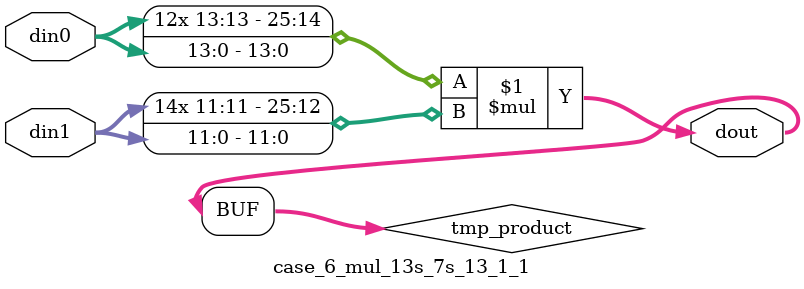
<source format=v>

`timescale 1 ns / 1 ps

 module case_6_mul_13s_7s_13_1_1(din0, din1, dout);
parameter ID = 1;
parameter NUM_STAGE = 0;
parameter din0_WIDTH = 14;
parameter din1_WIDTH = 12;
parameter dout_WIDTH = 26;

input [din0_WIDTH - 1 : 0] din0; 
input [din1_WIDTH - 1 : 0] din1; 
output [dout_WIDTH - 1 : 0] dout;

wire signed [dout_WIDTH - 1 : 0] tmp_product;



























assign tmp_product = $signed(din0) * $signed(din1);








assign dout = tmp_product;





















endmodule

</source>
